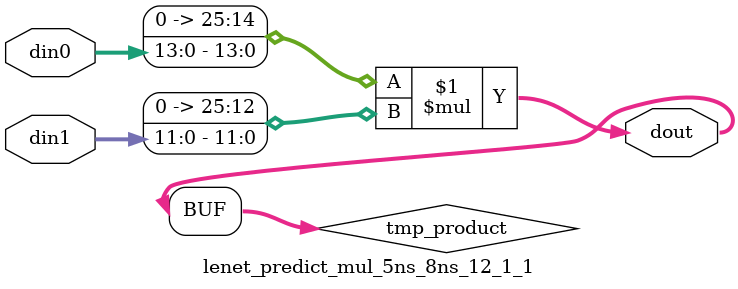
<source format=v>

`timescale 1 ns / 1 ps

  module lenet_predict_mul_5ns_8ns_12_1_1(din0, din1, dout);
parameter ID = 1;
parameter NUM_STAGE = 0;
parameter din0_WIDTH = 14;
parameter din1_WIDTH = 12;
parameter dout_WIDTH = 26;

input [din0_WIDTH - 1 : 0] din0; 
input [din1_WIDTH - 1 : 0] din1; 
output [dout_WIDTH - 1 : 0] dout;

wire signed [dout_WIDTH - 1 : 0] tmp_product;










assign tmp_product = $signed({1'b0, din0}) * $signed({1'b0, din1});











assign dout = tmp_product;







endmodule

</source>
